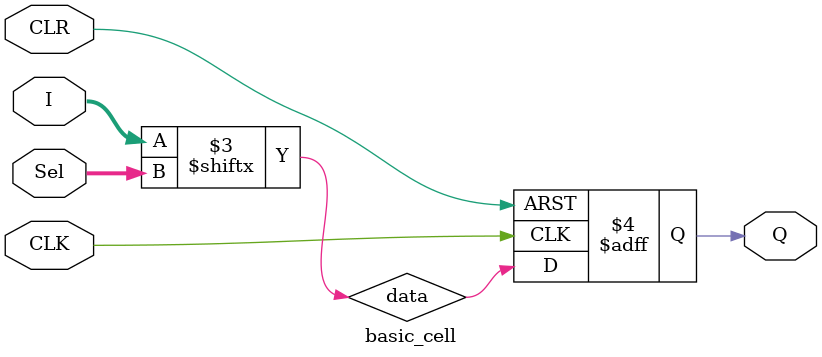
<source format=v>
`timescale 1ns / 1ps


module basic_cell(
    output reg Q,
    input CLR, CLK,
    input [1:0] Sel,
    input [3:0] I
    );
    
    wire data;
    
    // D Flip FLop
    always @ (posedge CLK or negedge CLR)
    if(!CLR)
        Q <= 0;
    else
        Q <= data;
    
    //  Mux
    assign data = I[Sel];
    
endmodule

</source>
